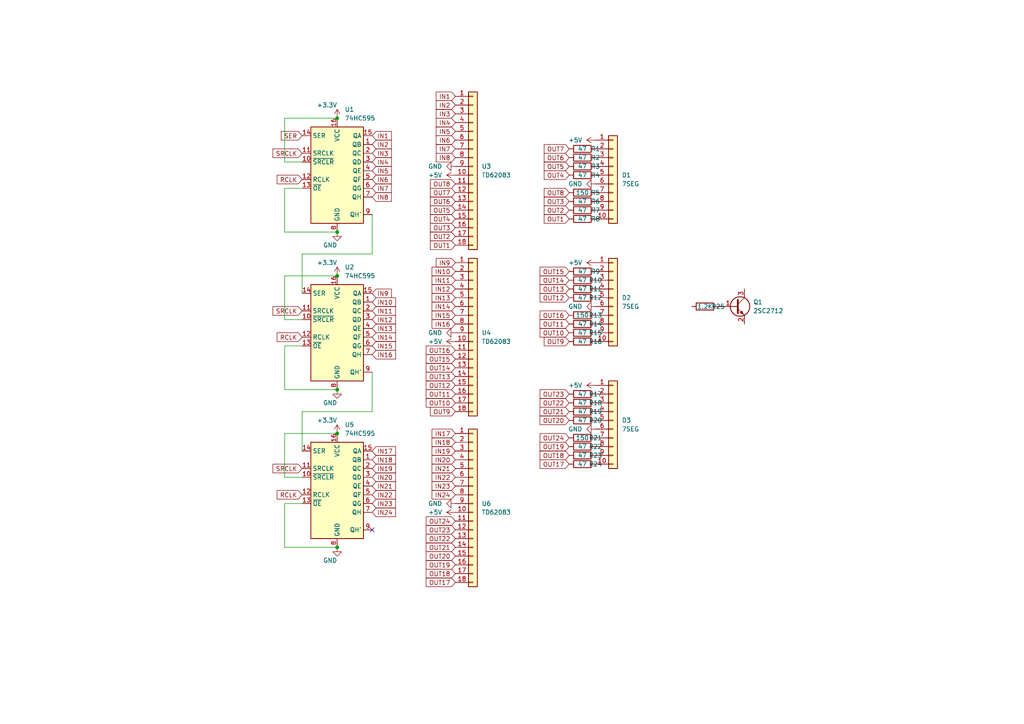
<source format=kicad_sch>
(kicad_sch (version 20230121) (generator eeschema)
  (paper "A4")
  (lib_symbols
    (symbol "74xx:74HC595"
      (property "Reference" "U" (at -7.62 13.97 0))
      (property "Value" "74HC595" (at -7.62 -16.51 0))
      (symbol "74HC595_1_0"
        (pin tri_state line (at 10.16 7.62 180) (length 2.54) (name "QB") (number "1"))
        (pin input line (at -10.16 2.54 0) (length 2.54) (name "~{SRCLR}") (number "10"))
        (pin input line (at -10.16 5.08 0) (length 2.54) (name "SRCLK") (number "11"))
        (pin input line (at -10.16 -2.54 0) (length 2.54) (name "RCLK") (number "12"))
        (pin input line (at -10.16 -5.08 0) (length 2.54) (name "~{OE}") (number "13"))
        (pin input line (at -10.16 10.16 0) (length 2.54) (name "SER") (number "14"))
        (pin tri_state line (at 10.16 10.16 180) (length 2.54) (name "QA") (number "15"))
        (pin power_in line (at 0 15.24 270) (length 2.54) (name "VCC") (number "16"))
        (pin tri_state line (at 10.16 5.08 180) (length 2.54) (name "QC") (number "2"))
        (pin tri_state line (at 10.16 2.54 180) (length 2.54) (name "QD") (number "3"))
        (pin tri_state line (at 10.16 0 180) (length 2.54) (name "QE") (number "4"))
        (pin tri_state line (at 10.16 -2.54 180) (length 2.54) (name "QF") (number "5"))
        (pin tri_state line (at 10.16 -5.08 180) (length 2.54) (name "QG") (number "6"))
        (pin tri_state line (at 10.16 -7.62 180) (length 2.54) (name "QH") (number "7"))
        (pin power_in line (at 0 -17.78 90) (length 2.54) (name "GND") (number "8"))
        (pin output line (at 10.16 -12.7 180) (length 2.54) (name "QH'") (number "9"))
      )
      (symbol "74HC595_1_1"
        (rectangle (start -7.62 12.7) (end 7.62 -15.24) (stroke (width 0.254)) (fill (type background)))
      )
    )
    (symbol "Connector_Generic:Conn_01x10" (pin_names (offset 1.016) hide)
      (property "Reference" "J" (at 0 12.7 0))
      (property "Value" "Conn_01x10" (at 0 -15.24 0))
      (symbol "Conn_01x10_1_1"
        (rectangle (start -1.27 -12.573) (end 0 -12.827) (stroke (width 0.1524)))
        (rectangle (start -1.27 -10.033) (end 0 -10.287) (stroke (width 0.1524)))
        (rectangle (start -1.27 -7.493) (end 0 -7.747) (stroke (width 0.1524)))
        (rectangle (start -1.27 -4.953) (end 0 -5.207) (stroke (width 0.1524)))
        (rectangle (start -1.27 -2.413) (end 0 -2.667) (stroke (width 0.1524)))
        (rectangle (start -1.27 0.127) (end 0 -0.127) (stroke (width 0.1524)))
        (rectangle (start -1.27 2.667) (end 0 2.413) (stroke (width 0.1524)))
        (rectangle (start -1.27 5.207) (end 0 4.953) (stroke (width 0.1524)))
        (rectangle (start -1.27 7.747) (end 0 7.493) (stroke (width 0.1524)))
        (rectangle (start -1.27 10.287) (end 0 10.033) (stroke (width 0.1524)))
        (rectangle (start -1.27 11.43) (end 1.27 -13.97) (stroke (width 0.254)) (fill (type background)))
        (pin passive line (at -5.08 10.16 0) (length 3.81) (name "Pin_1") (number "1"))
        (pin passive line (at -5.08 -12.7 0) (length 3.81) (name "Pin_10") (number "10"))
        (pin passive line (at -5.08 7.62 0) (length 3.81) (name "Pin_2") (number "2"))
        (pin passive line (at -5.08 5.08 0) (length 3.81) (name "Pin_3") (number "3"))
        (pin passive line (at -5.08 2.54 0) (length 3.81) (name "Pin_4") (number "4"))
        (pin passive line (at -5.08 0 0) (length 3.81) (name "Pin_5") (number "5"))
        (pin passive line (at -5.08 -2.54 0) (length 3.81) (name "Pin_6") (number "6"))
        (pin passive line (at -5.08 -5.08 0) (length 3.81) (name "Pin_7") (number "7"))
        (pin passive line (at -5.08 -7.62 0) (length 3.81) (name "Pin_8") (number "8"))
        (pin passive line (at -5.08 -10.16 0) (length 3.81) (name "Pin_9") (number "9"))
      )
    )
    (symbol "Connector_Generic:Conn_01x18" (pin_names (offset 1.016) hide)
      (property "Reference" "J" (at 0 22.86 0))
      (property "Value" "Conn_01x18" (at 0 -25.4 0))
      (symbol "Conn_01x18_1_1"
        (rectangle (start -1.27 -22.733) (end 0 -22.987) (stroke (width 0.1524)))
        (rectangle (start -1.27 -20.193) (end 0 -20.447) (stroke (width 0.1524)))
        (rectangle (start -1.27 -17.653) (end 0 -17.907) (stroke (width 0.1524)))
        (rectangle (start -1.27 -15.113) (end 0 -15.367) (stroke (width 0.1524)))
        (rectangle (start -1.27 -12.573) (end 0 -12.827) (stroke (width 0.1524)))
        (rectangle (start -1.27 -10.033) (end 0 -10.287) (stroke (width 0.1524)))
        (rectangle (start -1.27 -7.493) (end 0 -7.747) (stroke (width 0.1524)))
        (rectangle (start -1.27 -4.953) (end 0 -5.207) (stroke (width 0.1524)))
        (rectangle (start -1.27 -2.413) (end 0 -2.667) (stroke (width 0.1524)))
        (rectangle (start -1.27 0.127) (end 0 -0.127) (stroke (width 0.1524)))
        (rectangle (start -1.27 2.667) (end 0 2.413) (stroke (width 0.1524)))
        (rectangle (start -1.27 5.207) (end 0 4.953) (stroke (width 0.1524)))
        (rectangle (start -1.27 7.747) (end 0 7.493) (stroke (width 0.1524)))
        (rectangle (start -1.27 10.287) (end 0 10.033) (stroke (width 0.1524)))
        (rectangle (start -1.27 12.827) (end 0 12.573) (stroke (width 0.1524)))
        (rectangle (start -1.27 15.367) (end 0 15.113) (stroke (width 0.1524)))
        (rectangle (start -1.27 17.907) (end 0 17.653) (stroke (width 0.1524)))
        (rectangle (start -1.27 20.447) (end 0 20.193) (stroke (width 0.1524)))
        (rectangle (start -1.27 21.59) (end 1.27 -24.13) (stroke (width 0.254)) (fill (type background)))
        (pin passive line (at -5.08 20.32 0) (length 3.81) (name "Pin_1") (number "1"))
        (pin passive line (at -5.08 -2.54 0) (length 3.81) (name "Pin_10") (number "10"))
        (pin passive line (at -5.08 -5.08 0) (length 3.81) (name "Pin_11") (number "11"))
        (pin passive line (at -5.08 -7.62 0) (length 3.81) (name "Pin_12") (number "12"))
        (pin passive line (at -5.08 -10.16 0) (length 3.81) (name "Pin_13") (number "13"))
        (pin passive line (at -5.08 -12.7 0) (length 3.81) (name "Pin_14") (number "14"))
        (pin passive line (at -5.08 -15.24 0) (length 3.81) (name "Pin_15") (number "15"))
        (pin passive line (at -5.08 -17.78 0) (length 3.81) (name "Pin_16") (number "16"))
        (pin passive line (at -5.08 -20.32 0) (length 3.81) (name "Pin_17") (number "17"))
        (pin passive line (at -5.08 -22.86 0) (length 3.81) (name "Pin_18") (number "18"))
        (pin passive line (at -5.08 17.78 0) (length 3.81) (name "Pin_2") (number "2"))
        (pin passive line (at -5.08 15.24 0) (length 3.81) (name "Pin_3") (number "3"))
        (pin passive line (at -5.08 12.7 0) (length 3.81) (name "Pin_4") (number "4"))
        (pin passive line (at -5.08 10.16 0) (length 3.81) (name "Pin_5") (number "5"))
        (pin passive line (at -5.08 7.62 0) (length 3.81) (name "Pin_6") (number "6"))
        (pin passive line (at -5.08 5.08 0) (length 3.81) (name "Pin_7") (number "7"))
        (pin passive line (at -5.08 2.54 0) (length 3.81) (name "Pin_8") (number "8"))
        (pin passive line (at -5.08 0 0) (length 3.81) (name "Pin_9") (number "9"))
      )
    )
    (symbol "Device:R" (pin_numbers hide) (pin_names (offset 0))
      (property "Reference" "R" (at 2.032 0 90))
      (property "Value" "R" (at 0 0 90))
      (symbol "R_0_1"
        (rectangle (start -1.016 -2.54) (end 1.016 2.54) (stroke (width 0.254)))
      )
      (symbol "R_1_1"
        (pin passive line (at 0 3.81 270) (length 1.27) (name "~") (number "1"))
        (pin passive line (at 0 -3.81 90) (length 1.27) (name "~") (number "2"))
      )
    )
    (symbol "Transistor_BJT:2SC4213" (pin_names (offset 0) hide)
      (property "Reference" "Q" (at 5.08 1.905 0))
      (property "Value" "2SC4213" (at 5.08 0 0))
      (symbol "2SC4213_0_1"
        (polyline (pts (xy 0.635 0.635) (xy 2.54 2.54)))
        (polyline (pts (xy 0.635 -0.635) (xy 2.54 -2.54) (xy 2.54 -2.54)))
        (polyline (pts (xy 0.635 1.905) (xy 0.635 -1.905) (xy 0.635 -1.905)) (stroke (width 0.508)))
        (polyline (pts (xy 1.27 -1.778) (xy 1.778 -1.27) (xy 2.286 -2.286) (xy 1.27 -1.778) (xy 1.27 -1.778)) (fill (type outline)))
        (circle (center 1.27 0) (radius 2.8194) (stroke (width 0.254)))
      )
      (symbol "2SC4213_1_1"
        (pin input line (at -5.08 0 0) (length 5.715) (name "B") (number "1"))
        (pin passive line (at 2.54 -5.08 90) (length 2.54) (name "E") (number "2"))
        (pin passive line (at 2.54 5.08 270) (length 2.54) (name "C") (number "3"))
      )
    )
    (symbol "power:+3.3V" (power) (pin_names (offset 0))
      (property "Value" "+3.3V" (at 0 3.556 0))
      (symbol "+3.3V_0_1"
        (polyline (pts (xy -0.762 1.27) (xy 0 2.54)))
        (polyline (pts (xy 0 0) (xy 0 2.54)))
        (polyline (pts (xy 0 2.54) (xy 0.762 1.27)))
      )
      (symbol "+3.3V_1_1"
        (pin power_in line (at 0 0 90) (length 0) hide (name "+3.3V") (number "1"))
      )
    )
    (symbol "power:+5V" (power) (pin_names (offset 0))
      (property "Value" "+5V" (at 0 3.556 0))
      (symbol "+5V_0_1"
        (polyline (pts (xy -0.762 1.27) (xy 0 2.54)))
        (polyline (pts (xy 0 0) (xy 0 2.54)))
        (polyline (pts (xy 0 2.54) (xy 0.762 1.27)))
      )
      (symbol "+5V_1_1"
        (pin power_in line (at 0 0 90) (length 0) hide (name "+5V") (number "1"))
      )
    )
    (symbol "power:GND" (power) (pin_names (offset 0))
      (property "Value" "GND" (at 0 -3.81 0))
      (symbol "GND_0_1"
        (polyline (pts (xy 0 0) (xy 0 -1.27) (xy 1.27 -1.27) (xy 0 -2.54) (xy -1.27 -1.27) (xy 0 -1.27)))
      )
      (symbol "GND_1_1"
        (pin power_in line (at 0 0 270) (length 0) hide (name "GND") (number "1"))
      )
    )
  )
  (junction (at 97.79 113.03))
  (junction (at 97.79 67.31))
  (junction (at 97.79 158.75))
  (junction (at 97.79 125.73))
  (junction (at 97.79 34.29))
  (junction (at 97.79 80.01))
  (no_connect (at 107.95 153.67))
  (wire (pts (xy 107.95 119.38) (xy 87.63 119.38)))
  (wire (pts (xy 82.55 34.29) (xy 97.79 34.29)))
  (wire (pts (xy 82.55 46.99) (xy 82.55 34.29)))
  (wire (pts (xy 107.95 62.23) (xy 107.95 73.66)))
  (wire (pts (xy 87.63 138.43) (xy 82.55 138.43)))
  (wire (pts (xy 82.55 54.61) (xy 82.55 67.31)))
  (wire (pts (xy 87.63 54.61) (xy 82.55 54.61)))
  (wire (pts (xy 82.55 125.73) (xy 97.79 125.73)))
  (wire (pts (xy 87.63 73.66) (xy 87.63 85.09)))
  (wire (pts (xy 107.95 107.95) (xy 107.95 119.38)))
  (wire (pts (xy 87.63 119.38) (xy 87.63 130.81)))
  (wire (pts (xy 82.55 138.43) (xy 82.55 125.73)))
  (wire (pts (xy 107.95 73.66) (xy 87.63 73.66)))
  (wire (pts (xy 87.63 100.33) (xy 82.55 100.33)))
  (wire (pts (xy 87.63 46.99) (xy 82.55 46.99)))
  (wire (pts (xy 82.55 113.03) (xy 97.79 113.03)))
  (wire (pts (xy 82.55 80.01) (xy 97.79 80.01)))
  (wire (pts (xy 82.55 67.31) (xy 97.79 67.31)))
  (wire (pts (xy 82.55 146.05) (xy 82.55 158.75)))
  (wire (pts (xy 87.63 92.71) (xy 82.55 92.71)))
  (wire (pts (xy 87.63 146.05) (xy 82.55 146.05)))
  (wire (pts (xy 82.55 158.75) (xy 97.79 158.75)))
  (wire (pts (xy 82.55 100.33) (xy 82.55 113.03)))
  (wire (pts (xy 82.55 92.71) (xy 82.55 80.01)))
  (global_label "OUT19" (shape input) (at 165.1 129.54 180) (property "Intersheetrefs" "${INTERSHEET_REFS}" (effects hide)))
  (global_label "IN9" (shape input) (at 132.08 76.2 180) (property "Intersheetrefs" "${INTERSHEET_REFS}" (effects hide)))
  (global_label "OUT6" (shape input) (at 132.08 58.42 180) (property "Intersheetrefs" "${INTERSHEET_REFS}" (effects hide)))
  (global_label "IN11" (shape input) (at 132.08 81.28 180) (property "Intersheetrefs" "${INTERSHEET_REFS}" (effects hide)))
  (global_label "OUT8" (shape input) (at 132.08 53.34 180) (property "Intersheetrefs" "${INTERSHEET_REFS}" (effects hide)))
  (global_label "IN15" (shape input) (at 107.95 100.33 0) (property "Intersheetrefs" "${INTERSHEET_REFS}" (effects hide)))
  (global_label "IN1" (shape input) (at 107.95 39.37 0) (property "Intersheetrefs" "${INTERSHEET_REFS}" (effects hide)))
  (global_label "IN5" (shape input) (at 107.95 49.53 0) (property "Intersheetrefs" "${INTERSHEET_REFS}" (effects hide)))
  (global_label "OUT11" (shape input) (at 165.1 93.98 180) (property "Intersheetrefs" "${INTERSHEET_REFS}" (effects hide)))
  (global_label "OUT5" (shape input) (at 165.1 48.26 180) (property "Intersheetrefs" "${INTERSHEET_REFS}" (effects hide)))
  (global_label "OUT7" (shape input) (at 132.08 55.88 180) (property "Intersheetrefs" "${INTERSHEET_REFS}" (effects hide)))
  (global_label "OUT23" (shape input) (at 165.1 114.3 180) (property "Intersheetrefs" "${INTERSHEET_REFS}" (effects hide)))
  (global_label "IN12" (shape input) (at 132.08 83.82 180) (property "Intersheetrefs" "${INTERSHEET_REFS}" (effects hide)))
  (global_label "IN19" (shape input) (at 107.95 135.89 0) (property "Intersheetrefs" "${INTERSHEET_REFS}" (effects hide)))
  (global_label "IN7" (shape input) (at 132.08 43.18 180) (property "Intersheetrefs" "${INTERSHEET_REFS}" (effects hide)))
  (global_label "RCLK" (shape input) (at 87.63 97.79 180) (property "Intersheetrefs" "${INTERSHEET_REFS}" (effects hide)))
  (global_label "IN3" (shape input) (at 107.95 44.45 0) (property "Intersheetrefs" "${INTERSHEET_REFS}" (effects hide)))
  (global_label "OUT9" (shape input) (at 165.1 99.06 180) (property "Intersheetrefs" "${INTERSHEET_REFS}" (effects hide)))
  (global_label "OUT3" (shape input) (at 132.08 66.04 180) (property "Intersheetrefs" "${INTERSHEET_REFS}" (effects hide)))
  (global_label "OUT10" (shape input) (at 165.1 96.52 180) (property "Intersheetrefs" "${INTERSHEET_REFS}" (effects hide)))
  (global_label "OUT13" (shape input) (at 132.08 109.22 180) (property "Intersheetrefs" "${INTERSHEET_REFS}" (effects hide)))
  (global_label "OUT15" (shape input) (at 132.08 104.14 180) (property "Intersheetrefs" "${INTERSHEET_REFS}" (effects hide)))
  (global_label "IN2" (shape input) (at 107.95 41.91 0) (property "Intersheetrefs" "${INTERSHEET_REFS}" (effects hide)))
  (global_label "IN1" (shape input) (at 132.08 27.94 180) (property "Intersheetrefs" "${INTERSHEET_REFS}" (effects hide)))
  (global_label "IN22" (shape input) (at 132.08 138.43 180) (property "Intersheetrefs" "${INTERSHEET_REFS}" (effects hide)))
  (global_label "OUT7" (shape input) (at 165.1 43.18 180) (property "Intersheetrefs" "${INTERSHEET_REFS}" (effects hide)))
  (global_label "OUT23" (shape input) (at 132.08 153.67 180) (property "Intersheetrefs" "${INTERSHEET_REFS}" (effects hide)))
  (global_label "SER" (shape input) (at 87.63 39.37 180) (property "Intersheetrefs" "${INTERSHEET_REFS}" (effects hide)))
  (global_label "OUT14" (shape input) (at 165.1 81.28 180) (property "Intersheetrefs" "${INTERSHEET_REFS}" (effects hide)))
  (global_label "OUT20" (shape input) (at 165.1 121.92 180) (property "Intersheetrefs" "${INTERSHEET_REFS}" (effects hide)))
  (global_label "IN12" (shape input) (at 107.95 92.71 0) (property "Intersheetrefs" "${INTERSHEET_REFS}" (effects hide)))
  (global_label "IN19" (shape input) (at 132.08 130.81 180) (property "Intersheetrefs" "${INTERSHEET_REFS}" (effects hide)))
  (global_label "IN10" (shape input) (at 132.08 78.74 180) (property "Intersheetrefs" "${INTERSHEET_REFS}" (effects hide)))
  (global_label "OUT16" (shape input) (at 165.1 91.44 180) (property "Intersheetrefs" "${INTERSHEET_REFS}" (effects hide)))
  (global_label "IN13" (shape input) (at 107.95 95.25 0) (property "Intersheetrefs" "${INTERSHEET_REFS}" (effects hide)))
  (global_label "IN16" (shape input) (at 132.08 93.98 180) (property "Intersheetrefs" "${INTERSHEET_REFS}" (effects hide)))
  (global_label "OUT1" (shape input) (at 132.08 71.12 180) (property "Intersheetrefs" "${INTERSHEET_REFS}" (effects hide)))
  (global_label "IN4" (shape input) (at 107.95 46.99 0) (property "Intersheetrefs" "${INTERSHEET_REFS}" (effects hide)))
  (global_label "RCLK" (shape input) (at 87.63 143.51 180) (property "Intersheetrefs" "${INTERSHEET_REFS}" (effects hide)))
  (global_label "IN14" (shape input) (at 107.95 97.79 0) (property "Intersheetrefs" "${INTERSHEET_REFS}" (effects hide)))
  (global_label "OUT2" (shape input) (at 165.1 60.96 180) (property "Intersheetrefs" "${INTERSHEET_REFS}" (effects hide)))
  (global_label "IN10" (shape input) (at 107.95 87.63 0) (property "Intersheetrefs" "${INTERSHEET_REFS}" (effects hide)))
  (global_label "OUT17" (shape input) (at 165.1 134.62 180) (property "Intersheetrefs" "${INTERSHEET_REFS}" (effects hide)))
  (global_label "IN23" (shape input) (at 107.95 146.05 0) (property "Intersheetrefs" "${INTERSHEET_REFS}" (effects hide)))
  (global_label "IN15" (shape input) (at 132.08 91.44 180) (property "Intersheetrefs" "${INTERSHEET_REFS}" (effects hide)))
  (global_label "IN17" (shape input) (at 107.95 130.81 0) (property "Intersheetrefs" "${INTERSHEET_REFS}" (effects hide)))
  (global_label "IN18" (shape input) (at 132.08 128.27 180) (property "Intersheetrefs" "${INTERSHEET_REFS}" (effects hide)))
  (global_label "OUT8" (shape input) (at 165.1 55.88 180) (property "Intersheetrefs" "${INTERSHEET_REFS}" (effects hide)))
  (global_label "OUT4" (shape input) (at 132.08 63.5 180) (property "Intersheetrefs" "${INTERSHEET_REFS}" (effects hide)))
  (global_label "OUT21" (shape input) (at 132.08 158.75 180) (property "Intersheetrefs" "${INTERSHEET_REFS}" (effects hide)))
  (global_label "IN18" (shape input) (at 107.95 133.35 0) (property "Intersheetrefs" "${INTERSHEET_REFS}" (effects hide)))
  (global_label "IN5" (shape input) (at 132.08 38.1 180) (property "Intersheetrefs" "${INTERSHEET_REFS}" (effects hide)))
  (global_label "OUT24" (shape input) (at 132.08 151.13 180) (property "Intersheetrefs" "${INTERSHEET_REFS}" (effects hide)))
  (global_label "IN9" (shape input) (at 107.95 85.09 0) (property "Intersheetrefs" "${INTERSHEET_REFS}" (effects hide)))
  (global_label "OUT11" (shape input) (at 132.08 114.3 180) (property "Intersheetrefs" "${INTERSHEET_REFS}" (effects hide)))
  (global_label "IN3" (shape input) (at 132.08 33.02 180) (property "Intersheetrefs" "${INTERSHEET_REFS}" (effects hide)))
  (global_label "OUT4" (shape input) (at 165.1 50.8 180) (property "Intersheetrefs" "${INTERSHEET_REFS}" (effects hide)))
  (global_label "OUT20" (shape input) (at 132.08 161.29 180) (property "Intersheetrefs" "${INTERSHEET_REFS}" (effects hide)))
  (global_label "OUT9" (shape input) (at 132.08 119.38 180) (property "Intersheetrefs" "${INTERSHEET_REFS}" (effects hide)))
  (global_label "OUT5" (shape input) (at 132.08 60.96 180) (property "Intersheetrefs" "${INTERSHEET_REFS}" (effects hide)))
  (global_label "OUT24" (shape input) (at 165.1 127 180) (property "Intersheetrefs" "${INTERSHEET_REFS}" (effects hide)))
  (global_label "SRCLK" (shape input) (at 87.63 135.89 180) (property "Intersheetrefs" "${INTERSHEET_REFS}" (effects hide)))
  (global_label "OUT21" (shape input) (at 165.1 119.38 180) (property "Intersheetrefs" "${INTERSHEET_REFS}" (effects hide)))
  (global_label "OUT15" (shape input) (at 165.1 78.74 180) (property "Intersheetrefs" "${INTERSHEET_REFS}" (effects hide)))
  (global_label "SRCLK" (shape input) (at 87.63 44.45 180) (property "Intersheetrefs" "${INTERSHEET_REFS}" (effects hide)))
  (global_label "IN24" (shape input) (at 132.08 143.51 180) (property "Intersheetrefs" "${INTERSHEET_REFS}" (effects hide)))
  (global_label "OUT3" (shape input) (at 165.1 58.42 180) (property "Intersheetrefs" "${INTERSHEET_REFS}" (effects hide)))
  (global_label "OUT22" (shape input) (at 132.08 156.21 180) (property "Intersheetrefs" "${INTERSHEET_REFS}" (effects hide)))
  (global_label "OUT13" (shape input) (at 165.1 83.82 180) (property "Intersheetrefs" "${INTERSHEET_REFS}" (effects hide)))
  (global_label "IN24" (shape input) (at 107.95 148.59 0) (property "Intersheetrefs" "${INTERSHEET_REFS}" (effects hide)))
  (global_label "OUT2" (shape input) (at 132.08 68.58 180) (property "Intersheetrefs" "${INTERSHEET_REFS}" (effects hide)))
  (global_label "IN21" (shape input) (at 107.95 140.97 0) (property "Intersheetrefs" "${INTERSHEET_REFS}" (effects hide)))
  (global_label "IN6" (shape input) (at 107.95 52.07 0) (property "Intersheetrefs" "${INTERSHEET_REFS}" (effects hide)))
  (global_label "OUT1" (shape input) (at 165.1 63.5 180) (property "Intersheetrefs" "${INTERSHEET_REFS}" (effects hide)))
  (global_label "OUT6" (shape input) (at 165.1 45.72 180) (property "Intersheetrefs" "${INTERSHEET_REFS}" (effects hide)))
  (global_label "OUT14" (shape input) (at 132.08 106.68 180) (property "Intersheetrefs" "${INTERSHEET_REFS}" (effects hide)))
  (global_label "OUT10" (shape input) (at 132.08 116.84 180) (property "Intersheetrefs" "${INTERSHEET_REFS}" (effects hide)))
  (global_label "IN21" (shape input) (at 132.08 135.89 180) (property "Intersheetrefs" "${INTERSHEET_REFS}" (effects hide)))
  (global_label "IN6" (shape input) (at 132.08 40.64 180) (property "Intersheetrefs" "${INTERSHEET_REFS}" (effects hide)))
  (global_label "IN17" (shape input) (at 132.08 125.73 180) (property "Intersheetrefs" "${INTERSHEET_REFS}" (effects hide)))
  (global_label "IN23" (shape input) (at 132.08 140.97 180) (property "Intersheetrefs" "${INTERSHEET_REFS}" (effects hide)))
  (global_label "OUT18" (shape input) (at 165.1 132.08 180) (property "Intersheetrefs" "${INTERSHEET_REFS}" (effects hide)))
  (global_label "IN8" (shape input) (at 107.95 57.15 0) (property "Intersheetrefs" "${INTERSHEET_REFS}" (effects hide)))
  (global_label "OUT16" (shape input) (at 132.08 101.6 180) (property "Intersheetrefs" "${INTERSHEET_REFS}" (effects hide)))
  (global_label "IN11" (shape input) (at 107.95 90.17 0) (property "Intersheetrefs" "${INTERSHEET_REFS}" (effects hide)))
  (global_label "IN14" (shape input) (at 132.08 88.9 180) (property "Intersheetrefs" "${INTERSHEET_REFS}" (effects hide)))
  (global_label "SRCLK" (shape input) (at 87.63 90.17 180) (property "Intersheetrefs" "${INTERSHEET_REFS}" (effects hide)))
  (global_label "IN20" (shape input) (at 107.95 138.43 0) (property "Intersheetrefs" "${INTERSHEET_REFS}" (effects hide)))
  (global_label "RCLK" (shape input) (at 87.63 52.07 180) (property "Intersheetrefs" "${INTERSHEET_REFS}" (effects hide)))
  (global_label "OUT12" (shape input) (at 132.08 111.76 180) (property "Intersheetrefs" "${INTERSHEET_REFS}" (effects hide)))
  (global_label "IN2" (shape input) (at 132.08 30.48 180) (property "Intersheetrefs" "${INTERSHEET_REFS}" (effects hide)))
  (global_label "OUT17" (shape input) (at 132.08 168.91 180) (property "Intersheetrefs" "${INTERSHEET_REFS}" (effects hide)))
  (global_label "OUT22" (shape input) (at 165.1 116.84 180) (property "Intersheetrefs" "${INTERSHEET_REFS}" (effects hide)))
  (global_label "IN8" (shape input) (at 132.08 45.72 180) (property "Intersheetrefs" "${INTERSHEET_REFS}" (effects hide)))
  (global_label "IN22" (shape input) (at 107.95 143.51 0) (property "Intersheetrefs" "${INTERSHEET_REFS}" (effects hide)))
  (global_label "IN16" (shape input) (at 107.95 102.87 0) (property "Intersheetrefs" "${INTERSHEET_REFS}" (effects hide)))
  (global_label "IN7" (shape input) (at 107.95 54.61 0) (property "Intersheetrefs" "${INTERSHEET_REFS}" (effects hide)))
  (global_label "OUT12" (shape input) (at 165.1 86.36 180) (property "Intersheetrefs" "${INTERSHEET_REFS}" (effects hide)))
  (global_label "IN4" (shape input) (at 132.08 35.56 180) (property "Intersheetrefs" "${INTERSHEET_REFS}" (effects hide)))
  (global_label "OUT18" (shape input) (at 132.08 166.37 180) (property "Intersheetrefs" "${INTERSHEET_REFS}" (effects hide)))
  (global_label "OUT19" (shape input) (at 132.08 163.83 180) (property "Intersheetrefs" "${INTERSHEET_REFS}" (effects hide)))
  (global_label "IN13" (shape input) (at 132.08 86.36 180) (property "Intersheetrefs" "${INTERSHEET_REFS}" (effects hide)))
  (global_label "IN20" (shape input) (at 132.08 133.35 180) (property "Intersheetrefs" "${INTERSHEET_REFS}" (effects hide)))
  (symbol (lib_id "Device:R") (at 168.91 86.36 90) (unit 1)
    (property "Reference" "R12" (at 172.72 86.36 90))
    (property "Value" "47" (at 168.91 86.36 90))
    (property "Footprint" "Resistor_SMD:R_1206_3216Metric" (effects hide))
  )
  (symbol (lib_id "Device:R") (at 168.91 50.8 90) (unit 1)
    (property "Reference" "R4" (at 172.72 50.8 90))
    (property "Value" "47" (at 168.91 50.8 90))
    (property "Footprint" "Resistor_SMD:R_1206_3216Metric" (effects hide))
  )
  (symbol (lib_id "Device:R") (at 168.91 132.08 90) (unit 1)
    (property "Reference" "R23" (at 172.72 132.08 90))
    (property "Value" "47" (at 168.91 132.08 90))
    (property "Footprint" "Resistor_SMD:R_1206_3216Metric" (effects hide))
  )
  (symbol (lib_id "74xx:74HC595") (at 97.79 140.97 0) (unit 1)
    (property "Reference" "U5" (at 99.9841 123.19 0) (effects (justify left)))
    (property "Value" "74HC595" (at 99.9841 125.73 0) (effects (justify left)))
    (property "Footprint" "MyLibrary:SOP16" (effects hide))
    (property "Datasheet" "http://www.ti.com/lit/ds/symlink/sn74hc595.pdf" (effects hide))
  )
  (symbol (lib_id "Device:R") (at 168.91 78.74 90) (unit 1)
    (property "Reference" "R9" (at 172.72 78.74 90))
    (property "Value" "47" (at 168.91 78.74 90))
    (property "Footprint" "Resistor_SMD:R_1206_3216Metric" (effects hide))
  )
  (symbol (lib_id "Connector_Generic:Conn_01x10") (at 177.8 50.8 0) (unit 1)
    (property "Reference" "D1" (at 180.34 50.8 0) (effects (justify left)))
    (property "Value" "7SEG" (at 180.34 53.34 0) (effects (justify left)))
    (property "Footprint" "MyLibrary:7SEG_GL9L15" (effects hide))
  )
  (symbol (lib_id "power:GND") (at 172.72 53.34 270) (unit 1)
    (property "Reference" "#PWR010" (effects hide))
    (property "Value" "GND" (at 168.91 53.34 90) (effects (justify right)))
  )
  (symbol (lib_id "power:GND") (at 172.72 88.9 270) (unit 1)
    (property "Reference" "#PWR012" (effects hide))
    (property "Value" "GND" (at 168.91 88.9 90) (effects (justify right)))
  )
  (symbol (lib_id "Device:R") (at 168.91 134.62 90) (unit 1)
    (property "Reference" "R24" (at 172.72 134.62 90))
    (property "Value" "47" (at 168.91 134.62 90))
    (property "Footprint" "Resistor_SMD:R_1206_3216Metric" (effects hide))
  )
  (symbol (lib_id "Device:R") (at 168.91 55.88 90) (unit 1)
    (property "Reference" "R5" (at 172.72 55.88 90))
    (property "Value" "150" (at 168.91 55.88 90))
    (property "Footprint" "Resistor_SMD:R_1206_3216Metric" (effects hide))
  )
  (symbol (lib_id "Connector_Generic:Conn_01x10") (at 177.8 121.92 0) (unit 1)
    (property "Reference" "D3" (at 180.34 121.92 0) (effects (justify left)))
    (property "Value" "7SEG" (at 180.34 124.46 0) (effects (justify left)))
    (property "Footprint" "MyLibrary:7SEG_GL9L15" (effects hide))
  )
  (symbol (lib_id "power:+5V") (at 132.08 99.06 90) (unit 1)
    (property "Reference" "#PWR08" (effects hide))
    (property "Value" "+5V" (at 128.27 99.06 90) (effects (justify left)))
  )
  (symbol (lib_id "Device:R") (at 204.47 88.9 90) (unit 1)
    (property "Reference" "R25" (at 208.28 88.9 90))
    (property "Value" "1.2K" (at 204.47 88.9 90))
    (property "Footprint" "Resistor_SMD:R_1206_3216Metric" (effects hide))
  )
  (symbol (lib_id "power:GND") (at 97.79 67.31 0) (unit 1)
    (property "Reference" "#PWR02" (effects hide))
    (property "Value" "GND" (at 97.79 71.12 0) (effects (justify right)))
  )
  (symbol (lib_id "Connector_Generic:Conn_01x18") (at 137.16 146.05 0) (unit 1)
    (property "Reference" "U6" (at 139.7 146.05 0) (effects (justify left)))
    (property "Value" "TD62083" (at 139.7 148.59 0) (effects (justify left)))
    (property "Footprint" "Package_SO:SOIC-18W_7.5x11.6mm_P1.27mm" (effects hide))
  )
  (symbol (lib_id "power:+5V") (at 132.08 148.59 90) (unit 1)
    (property "Reference" "#PWR016" (effects hide))
    (property "Value" "+5V" (at 128.27 148.59 90) (effects (justify left)))
  )
  (symbol (lib_id "power:+5V") (at 172.72 111.76 90) (unit 1)
    (property "Reference" "#PWR017" (effects hide))
    (property "Value" "+5V" (at 168.91 111.76 90) (effects (justify left)))
  )
  (symbol (lib_id "power:+5V") (at 172.72 40.64 90) (unit 1)
    (property "Reference" "#PWR09" (effects hide))
    (property "Value" "+5V" (at 168.91 40.64 90) (effects (justify left)))
  )
  (symbol (lib_id "Device:R") (at 168.91 119.38 90) (unit 1)
    (property "Reference" "R19" (at 172.72 119.38 90))
    (property "Value" "47" (at 168.91 119.38 90))
    (property "Footprint" "Resistor_SMD:R_1206_3216Metric" (effects hide))
  )
  (symbol (lib_id "power:GND") (at 132.08 96.52 270) (unit 1)
    (property "Reference" "#PWR07" (effects hide))
    (property "Value" "GND" (at 128.27 96.52 90) (effects (justify right)))
  )
  (symbol (lib_id "power:GND") (at 132.08 48.26 270) (unit 1)
    (property "Reference" "#PWR05" (effects hide))
    (property "Value" "GND" (at 128.27 48.26 90) (effects (justify right)))
  )
  (symbol (lib_id "Device:R") (at 168.91 60.96 90) (unit 1)
    (property "Reference" "R7" (at 172.72 60.96 90))
    (property "Value" "47" (at 168.91 60.96 90))
    (property "Footprint" "Resistor_SMD:R_1206_3216Metric" (effects hide))
  )
  (symbol (lib_id "Device:R") (at 168.91 45.72 90) (unit 1)
    (property "Reference" "R2" (at 172.72 45.72 90))
    (property "Value" "47" (at 168.91 45.72 90))
    (property "Footprint" "Resistor_SMD:R_1206_3216Metric" (effects hide))
  )
  (symbol (lib_id "Connector_Generic:Conn_01x18") (at 137.16 48.26 0) (unit 1)
    (property "Reference" "U3" (at 139.7 48.26 0) (effects (justify left)))
    (property "Value" "TD62083" (at 139.7 50.8 0) (effects (justify left)))
    (property "Footprint" "Package_SO:SOIC-18W_7.5x11.6mm_P1.27mm" (effects hide))
  )
  (symbol (lib_id "Device:R") (at 168.91 121.92 90) (unit 1)
    (property "Reference" "R20" (at 172.72 121.92 90))
    (property "Value" "47" (at 168.91 121.92 90))
    (property "Footprint" "Resistor_SMD:R_1206_3216Metric" (effects hide))
  )
  (symbol (lib_id "power:GND") (at 97.79 113.03 0) (unit 1)
    (property "Reference" "#PWR04" (effects hide))
    (property "Value" "GND" (at 97.79 116.84 0) (effects (justify right)))
  )
  (symbol (lib_id "Device:R") (at 168.91 96.52 90) (unit 1)
    (property "Reference" "R15" (at 172.72 96.52 90))
    (property "Value" "47" (at 168.91 96.52 90))
    (property "Footprint" "Resistor_SMD:R_1206_3216Metric" (effects hide))
  )
  (symbol (lib_id "Device:R") (at 168.91 99.06 90) (unit 1)
    (property "Reference" "R16" (at 172.72 99.06 90))
    (property "Value" "47" (at 168.91 99.06 90))
    (property "Footprint" "Resistor_SMD:R_1206_3216Metric" (effects hide))
  )
  (symbol (lib_id "Device:R") (at 168.91 48.26 90) (unit 1)
    (property "Reference" "R3" (at 172.72 48.26 90))
    (property "Value" "47" (at 168.91 48.26 90))
    (property "Footprint" "Resistor_SMD:R_1206_3216Metric" (effects hide))
  )
  (symbol (lib_id "Connector_Generic:Conn_01x10") (at 177.8 86.36 0) (unit 1)
    (property "Reference" "D2" (at 180.34 86.36 0) (effects (justify left)))
    (property "Value" "7SEG" (at 180.34 88.9 0) (effects (justify left)))
    (property "Footprint" "MyLibrary:7SEG_GL9L15" (effects hide))
  )
  (symbol (lib_id "power:+3.3V") (at 97.79 34.29 0) (mirror y) (unit 1)
    (property "Reference" "#PWR01" (effects hide))
    (property "Value" "+3.3V" (at 97.79 30.48 0) (effects (justify left)))
  )
  (symbol (lib_id "Transistor_BJT:2SC4213") (at 213.36 88.9 0) (unit 1)
    (property "Reference" "Q1" (at 218.44 87.63 0) (effects (justify left)))
    (property "Value" "2SC2712" (at 218.44 90.17 0) (effects (justify left)))
    (property "Footprint" "Package_TO_SOT_SMD:SC-59" (effects hide))
    (property "Datasheet" "https://toshiba.semicon-storage.com/info/docget.jsp?did=19305&prodName=2SC4213" (effects hide))
  )
  (symbol (lib_id "Device:R") (at 168.91 81.28 90) (unit 1)
    (property "Reference" "R10" (at 172.72 81.28 90))
    (property "Value" "47" (at 168.91 81.28 90))
    (property "Footprint" "Resistor_SMD:R_1206_3216Metric" (effects hide))
  )
  (symbol (lib_id "Device:R") (at 168.91 116.84 90) (unit 1)
    (property "Reference" "R18" (at 172.72 116.84 90))
    (property "Value" "47" (at 168.91 116.84 90))
    (property "Footprint" "Resistor_SMD:R_1206_3216Metric" (effects hide))
  )
  (symbol (lib_id "power:GND") (at 172.72 124.46 270) (unit 1)
    (property "Reference" "#PWR018" (effects hide))
    (property "Value" "GND" (at 168.91 124.46 90) (effects (justify right)))
  )
  (symbol (lib_id "power:+5V") (at 132.08 50.8 90) (unit 1)
    (property "Reference" "#PWR06" (effects hide))
    (property "Value" "+5V" (at 128.27 50.8 90) (effects (justify left)))
  )
  (symbol (lib_id "Connector_Generic:Conn_01x18") (at 137.16 96.52 0) (unit 1)
    (property "Reference" "U4" (at 139.7 96.52 0) (effects (justify left)))
    (property "Value" "TD62083" (at 139.7 99.06 0) (effects (justify left)))
    (property "Footprint" "Package_SO:SOIC-18W_7.5x11.6mm_P1.27mm" (effects hide))
  )
  (symbol (lib_id "Device:R") (at 168.91 91.44 90) (unit 1)
    (property "Reference" "R13" (at 172.72 91.44 90))
    (property "Value" "150" (at 168.91 91.44 90))
    (property "Footprint" "Resistor_SMD:R_1206_3216Metric" (effects hide))
  )
  (symbol (lib_id "power:+3.3V") (at 97.79 80.01 0) (mirror y) (unit 1)
    (property "Reference" "#PWR03" (effects hide))
    (property "Value" "+3.3V" (at 97.79 76.2 0) (effects (justify left)))
  )
  (symbol (lib_id "Device:R") (at 168.91 93.98 90) (unit 1)
    (property "Reference" "R14" (at 172.72 93.98 90))
    (property "Value" "47" (at 168.91 93.98 90))
    (property "Footprint" "Resistor_SMD:R_1206_3216Metric" (effects hide))
  )
  (symbol (lib_id "Device:R") (at 168.91 127 90) (unit 1)
    (property "Reference" "R21" (at 172.72 127 90))
    (property "Value" "150" (at 168.91 127 90))
    (property "Footprint" "Resistor_SMD:R_1206_3216Metric" (effects hide))
  )
  (symbol (lib_id "74xx:74HC595") (at 97.79 49.53 0) (unit 1)
    (property "Reference" "U1" (at 99.9841 31.75 0) (effects (justify left)))
    (property "Value" "74HC595" (at 99.9841 34.29 0) (effects (justify left)))
    (property "Footprint" "MyLibrary:SOP16" (effects hide))
    (property "Datasheet" "http://www.ti.com/lit/ds/symlink/sn74hc595.pdf" (effects hide))
  )
  (symbol (lib_id "Device:R") (at 168.91 43.18 90) (unit 1)
    (property "Reference" "R1" (at 172.72 43.18 90))
    (property "Value" "47" (at 168.91 43.18 90))
    (property "Footprint" "Resistor_SMD:R_1206_3216Metric" (effects hide))
  )
  (symbol (lib_id "Device:R") (at 168.91 58.42 90) (unit 1)
    (property "Reference" "R6" (at 172.72 58.42 90))
    (property "Value" "47" (at 168.91 58.42 90))
    (property "Footprint" "Resistor_SMD:R_1206_3216Metric" (effects hide))
  )
  (symbol (lib_id "Device:R") (at 168.91 129.54 90) (unit 1)
    (property "Reference" "R22" (at 172.72 129.54 90))
    (property "Value" "47" (at 168.91 129.54 90))
    (property "Footprint" "Resistor_SMD:R_1206_3216Metric" (effects hide))
  )
  (symbol (lib_id "power:+3.3V") (at 97.79 125.73 0) (mirror y) (unit 1)
    (property "Reference" "#PWR014" (effects hide))
    (property "Value" "+3.3V" (at 97.79 121.92 0) (effects (justify left)))
  )
  (symbol (lib_id "Device:R") (at 168.91 63.5 90) (unit 1)
    (property "Reference" "R8" (at 172.72 63.5 90))
    (property "Value" "47" (at 168.91 63.5 90))
    (property "Footprint" "Resistor_SMD:R_1206_3216Metric" (effects hide))
  )
  (symbol (lib_id "Device:R") (at 168.91 114.3 90) (unit 1)
    (property "Reference" "R17" (at 172.72 114.3 90))
    (property "Value" "47" (at 168.91 114.3 90))
    (property "Footprint" "Resistor_SMD:R_1206_3216Metric" (effects hide))
  )
  (symbol (lib_id "power:GND") (at 97.79 158.75 0) (unit 1)
    (property "Reference" "#PWR015" (effects hide))
    (property "Value" "GND" (at 97.79 162.56 0) (effects (justify right)))
  )
  (symbol (lib_id "power:GND") (at 132.08 146.05 270) (unit 1)
    (property "Reference" "#PWR013" (effects hide))
    (property "Value" "GND" (at 128.27 146.05 90) (effects (justify right)))
  )
  (symbol (lib_id "74xx:74HC595") (at 97.79 95.25 0) (unit 1)
    (property "Reference" "U2" (at 99.9841 77.47 0) (effects (justify left)))
    (property "Value" "74HC595" (at 99.9841 80.01 0) (effects (justify left)))
    (property "Footprint" "MyLibrary:SOP16" (effects hide))
    (property "Datasheet" "http://www.ti.com/lit/ds/symlink/sn74hc595.pdf" (effects hide))
  )
  (symbol (lib_id "power:+5V") (at 172.72 76.2 90) (unit 1)
    (property "Reference" "#PWR011" (effects hide))
    (property "Value" "+5V" (at 168.91 76.2 90) (effects (justify left)))
  )
  (symbol (lib_id "Device:R") (at 168.91 83.82 90) (unit 1)
    (property "Reference" "R11" (at 172.72 83.82 90))
    (property "Value" "47" (at 168.91 83.82 90))
    (property "Footprint" "Resistor_SMD:R_1206_3216Metric" (effects hide))
  )
)
</source>
